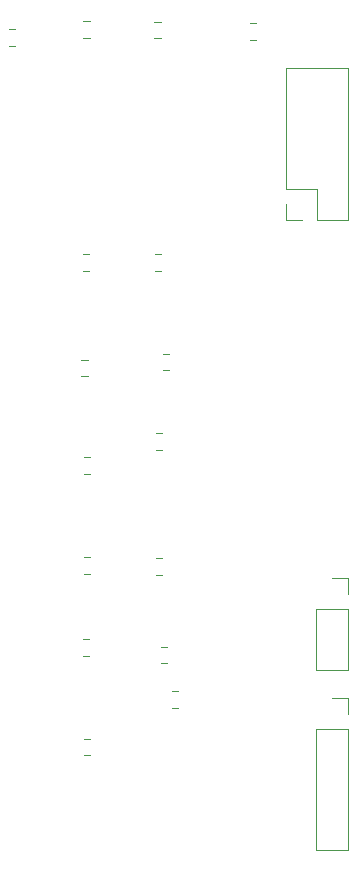
<source format=gbr>
G04 #@! TF.GenerationSoftware,KiCad,Pcbnew,5.1.6-c6e7f7d~86~ubuntu18.04.1*
G04 #@! TF.CreationDate,2020-06-20T10:02:23-04:00*
G04 #@! TF.ProjectId,sub_osc_board,7375625f-6f73-4635-9f62-6f6172642e6b,rev?*
G04 #@! TF.SameCoordinates,Original*
G04 #@! TF.FileFunction,Legend,Bot*
G04 #@! TF.FilePolarity,Positive*
%FSLAX46Y46*%
G04 Gerber Fmt 4.6, Leading zero omitted, Abs format (unit mm)*
G04 Created by KiCad (PCBNEW 5.1.6-c6e7f7d~86~ubuntu18.04.1) date 2020-06-20 10:02:23*
%MOMM*%
%LPD*%
G01*
G04 APERTURE LIST*
%ADD10C,0.120000*%
G04 APERTURE END LIST*
D10*
X109160000Y-74990000D02*
X110490000Y-74990000D01*
X109160000Y-73660000D02*
X109160000Y-74990000D01*
X111760000Y-74990000D02*
X114360000Y-74990000D01*
X111760000Y-72390000D02*
X111760000Y-74990000D01*
X109160000Y-72390000D02*
X111760000Y-72390000D01*
X114360000Y-74990000D02*
X114360000Y-62170000D01*
X109160000Y-72390000D02*
X109160000Y-62170000D01*
X109160000Y-62170000D02*
X114360000Y-62170000D01*
X114360000Y-113090000D02*
X111700000Y-113090000D01*
X114360000Y-107950000D02*
X114360000Y-113090000D01*
X111700000Y-107950000D02*
X111700000Y-113090000D01*
X114360000Y-107950000D02*
X111700000Y-107950000D01*
X114360000Y-106680000D02*
X114360000Y-105350000D01*
X114360000Y-105350000D02*
X113030000Y-105350000D01*
X114360000Y-128330000D02*
X111700000Y-128330000D01*
X114360000Y-118110000D02*
X114360000Y-128330000D01*
X111700000Y-118110000D02*
X111700000Y-128330000D01*
X114360000Y-118110000D02*
X111700000Y-118110000D01*
X114360000Y-116840000D02*
X114360000Y-115510000D01*
X114360000Y-115510000D02*
X113030000Y-115510000D01*
X85713748Y-58890000D02*
X86236252Y-58890000D01*
X85713748Y-60310000D02*
X86236252Y-60310000D01*
X92536252Y-120360000D02*
X92013748Y-120360000D01*
X92536252Y-118940000D02*
X92013748Y-118940000D01*
X100036252Y-116360000D02*
X99513748Y-116360000D01*
X100036252Y-114940000D02*
X99513748Y-114940000D01*
X92486252Y-111910000D02*
X91963748Y-111910000D01*
X92486252Y-110490000D02*
X91963748Y-110490000D01*
X99086252Y-112560000D02*
X98563748Y-112560000D01*
X99086252Y-111140000D02*
X98563748Y-111140000D01*
X92535752Y-105020180D02*
X92013248Y-105020180D01*
X92535752Y-103600180D02*
X92013248Y-103600180D01*
X98623912Y-105081140D02*
X98101408Y-105081140D01*
X98623912Y-103661140D02*
X98101408Y-103661140D01*
X92536912Y-96513720D02*
X92014408Y-96513720D01*
X92536912Y-95093720D02*
X92014408Y-95093720D01*
X98558092Y-79368720D02*
X98035588Y-79368720D01*
X98558092Y-77948720D02*
X98035588Y-77948720D01*
X92479652Y-79368720D02*
X91957148Y-79368720D01*
X92479652Y-77948720D02*
X91957148Y-77948720D01*
X98684872Y-94469020D02*
X98162368Y-94469020D01*
X98684872Y-93049020D02*
X98162368Y-93049020D01*
X92355192Y-88276500D02*
X91832688Y-88276500D01*
X92355192Y-86856500D02*
X91832688Y-86856500D01*
X98525072Y-59643080D02*
X98002568Y-59643080D01*
X98525072Y-58223080D02*
X98002568Y-58223080D01*
X92512672Y-59615140D02*
X91990168Y-59615140D01*
X92512672Y-58195140D02*
X91990168Y-58195140D01*
X106586252Y-59760000D02*
X106063748Y-59760000D01*
X106586252Y-58340000D02*
X106063748Y-58340000D01*
X99233732Y-87768500D02*
X98711228Y-87768500D01*
X99233732Y-86348500D02*
X98711228Y-86348500D01*
M02*

</source>
